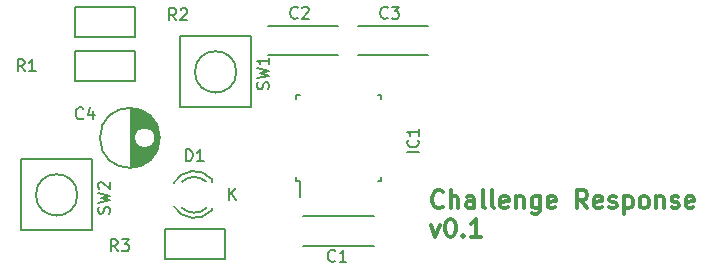
<source format=gbr>
G04 #@! TF.FileFunction,Legend,Top*
%FSLAX46Y46*%
G04 Gerber Fmt 4.6, Leading zero omitted, Abs format (unit mm)*
G04 Created by KiCad (PCBNEW 4.0.2-4+6225~38~ubuntu14.04.1-stable) date Sat 05 Mar 2016 20:24:40 CET*
%MOMM*%
G01*
G04 APERTURE LIST*
%ADD10C,0.100000*%
%ADD11C,0.300000*%
%ADD12C,0.150000*%
G04 APERTURE END LIST*
D10*
D11*
X167330286Y-113000714D02*
X167258857Y-113072143D01*
X167044571Y-113143571D01*
X166901714Y-113143571D01*
X166687429Y-113072143D01*
X166544571Y-112929286D01*
X166473143Y-112786429D01*
X166401714Y-112500714D01*
X166401714Y-112286429D01*
X166473143Y-112000714D01*
X166544571Y-111857857D01*
X166687429Y-111715000D01*
X166901714Y-111643571D01*
X167044571Y-111643571D01*
X167258857Y-111715000D01*
X167330286Y-111786429D01*
X167973143Y-113143571D02*
X167973143Y-111643571D01*
X168616000Y-113143571D02*
X168616000Y-112357857D01*
X168544571Y-112215000D01*
X168401714Y-112143571D01*
X168187429Y-112143571D01*
X168044571Y-112215000D01*
X167973143Y-112286429D01*
X169973143Y-113143571D02*
X169973143Y-112357857D01*
X169901714Y-112215000D01*
X169758857Y-112143571D01*
X169473143Y-112143571D01*
X169330286Y-112215000D01*
X169973143Y-113072143D02*
X169830286Y-113143571D01*
X169473143Y-113143571D01*
X169330286Y-113072143D01*
X169258857Y-112929286D01*
X169258857Y-112786429D01*
X169330286Y-112643571D01*
X169473143Y-112572143D01*
X169830286Y-112572143D01*
X169973143Y-112500714D01*
X170901715Y-113143571D02*
X170758857Y-113072143D01*
X170687429Y-112929286D01*
X170687429Y-111643571D01*
X171687429Y-113143571D02*
X171544571Y-113072143D01*
X171473143Y-112929286D01*
X171473143Y-111643571D01*
X172830285Y-113072143D02*
X172687428Y-113143571D01*
X172401714Y-113143571D01*
X172258857Y-113072143D01*
X172187428Y-112929286D01*
X172187428Y-112357857D01*
X172258857Y-112215000D01*
X172401714Y-112143571D01*
X172687428Y-112143571D01*
X172830285Y-112215000D01*
X172901714Y-112357857D01*
X172901714Y-112500714D01*
X172187428Y-112643571D01*
X173544571Y-112143571D02*
X173544571Y-113143571D01*
X173544571Y-112286429D02*
X173615999Y-112215000D01*
X173758857Y-112143571D01*
X173973142Y-112143571D01*
X174115999Y-112215000D01*
X174187428Y-112357857D01*
X174187428Y-113143571D01*
X175544571Y-112143571D02*
X175544571Y-113357857D01*
X175473142Y-113500714D01*
X175401714Y-113572143D01*
X175258857Y-113643571D01*
X175044571Y-113643571D01*
X174901714Y-113572143D01*
X175544571Y-113072143D02*
X175401714Y-113143571D01*
X175116000Y-113143571D01*
X174973142Y-113072143D01*
X174901714Y-113000714D01*
X174830285Y-112857857D01*
X174830285Y-112429286D01*
X174901714Y-112286429D01*
X174973142Y-112215000D01*
X175116000Y-112143571D01*
X175401714Y-112143571D01*
X175544571Y-112215000D01*
X176830285Y-113072143D02*
X176687428Y-113143571D01*
X176401714Y-113143571D01*
X176258857Y-113072143D01*
X176187428Y-112929286D01*
X176187428Y-112357857D01*
X176258857Y-112215000D01*
X176401714Y-112143571D01*
X176687428Y-112143571D01*
X176830285Y-112215000D01*
X176901714Y-112357857D01*
X176901714Y-112500714D01*
X176187428Y-112643571D01*
X179544571Y-113143571D02*
X179044571Y-112429286D01*
X178687428Y-113143571D02*
X178687428Y-111643571D01*
X179258856Y-111643571D01*
X179401714Y-111715000D01*
X179473142Y-111786429D01*
X179544571Y-111929286D01*
X179544571Y-112143571D01*
X179473142Y-112286429D01*
X179401714Y-112357857D01*
X179258856Y-112429286D01*
X178687428Y-112429286D01*
X180758856Y-113072143D02*
X180615999Y-113143571D01*
X180330285Y-113143571D01*
X180187428Y-113072143D01*
X180115999Y-112929286D01*
X180115999Y-112357857D01*
X180187428Y-112215000D01*
X180330285Y-112143571D01*
X180615999Y-112143571D01*
X180758856Y-112215000D01*
X180830285Y-112357857D01*
X180830285Y-112500714D01*
X180115999Y-112643571D01*
X181401713Y-113072143D02*
X181544570Y-113143571D01*
X181830285Y-113143571D01*
X181973142Y-113072143D01*
X182044570Y-112929286D01*
X182044570Y-112857857D01*
X181973142Y-112715000D01*
X181830285Y-112643571D01*
X181615999Y-112643571D01*
X181473142Y-112572143D01*
X181401713Y-112429286D01*
X181401713Y-112357857D01*
X181473142Y-112215000D01*
X181615999Y-112143571D01*
X181830285Y-112143571D01*
X181973142Y-112215000D01*
X182687428Y-112143571D02*
X182687428Y-113643571D01*
X182687428Y-112215000D02*
X182830285Y-112143571D01*
X183115999Y-112143571D01*
X183258856Y-112215000D01*
X183330285Y-112286429D01*
X183401714Y-112429286D01*
X183401714Y-112857857D01*
X183330285Y-113000714D01*
X183258856Y-113072143D01*
X183115999Y-113143571D01*
X182830285Y-113143571D01*
X182687428Y-113072143D01*
X184258857Y-113143571D02*
X184115999Y-113072143D01*
X184044571Y-113000714D01*
X183973142Y-112857857D01*
X183973142Y-112429286D01*
X184044571Y-112286429D01*
X184115999Y-112215000D01*
X184258857Y-112143571D01*
X184473142Y-112143571D01*
X184615999Y-112215000D01*
X184687428Y-112286429D01*
X184758857Y-112429286D01*
X184758857Y-112857857D01*
X184687428Y-113000714D01*
X184615999Y-113072143D01*
X184473142Y-113143571D01*
X184258857Y-113143571D01*
X185401714Y-112143571D02*
X185401714Y-113143571D01*
X185401714Y-112286429D02*
X185473142Y-112215000D01*
X185616000Y-112143571D01*
X185830285Y-112143571D01*
X185973142Y-112215000D01*
X186044571Y-112357857D01*
X186044571Y-113143571D01*
X186687428Y-113072143D02*
X186830285Y-113143571D01*
X187116000Y-113143571D01*
X187258857Y-113072143D01*
X187330285Y-112929286D01*
X187330285Y-112857857D01*
X187258857Y-112715000D01*
X187116000Y-112643571D01*
X186901714Y-112643571D01*
X186758857Y-112572143D01*
X186687428Y-112429286D01*
X186687428Y-112357857D01*
X186758857Y-112215000D01*
X186901714Y-112143571D01*
X187116000Y-112143571D01*
X187258857Y-112215000D01*
X188544571Y-113072143D02*
X188401714Y-113143571D01*
X188116000Y-113143571D01*
X187973143Y-113072143D01*
X187901714Y-112929286D01*
X187901714Y-112357857D01*
X187973143Y-112215000D01*
X188116000Y-112143571D01*
X188401714Y-112143571D01*
X188544571Y-112215000D01*
X188616000Y-112357857D01*
X188616000Y-112500714D01*
X187901714Y-112643571D01*
X166330286Y-114543571D02*
X166687429Y-115543571D01*
X167044571Y-114543571D01*
X167901714Y-114043571D02*
X168044571Y-114043571D01*
X168187428Y-114115000D01*
X168258857Y-114186429D01*
X168330286Y-114329286D01*
X168401714Y-114615000D01*
X168401714Y-114972143D01*
X168330286Y-115257857D01*
X168258857Y-115400714D01*
X168187428Y-115472143D01*
X168044571Y-115543571D01*
X167901714Y-115543571D01*
X167758857Y-115472143D01*
X167687428Y-115400714D01*
X167616000Y-115257857D01*
X167544571Y-114972143D01*
X167544571Y-114615000D01*
X167616000Y-114329286D01*
X167687428Y-114186429D01*
X167758857Y-114115000D01*
X167901714Y-114043571D01*
X169044571Y-115400714D02*
X169115999Y-115472143D01*
X169044571Y-115543571D01*
X168973142Y-115472143D01*
X169044571Y-115400714D01*
X169044571Y-115543571D01*
X170544571Y-115543571D02*
X169687428Y-115543571D01*
X170116000Y-115543571D02*
X170116000Y-114043571D01*
X169973143Y-114257857D01*
X169830285Y-114400714D01*
X169687428Y-114472143D01*
D12*
X154871000Y-110813000D02*
X155196000Y-110813000D01*
X154871000Y-103563000D02*
X155196000Y-103563000D01*
X162121000Y-103563000D02*
X161796000Y-103563000D01*
X162121000Y-110813000D02*
X161796000Y-110813000D01*
X154871000Y-110813000D02*
X154871000Y-110488000D01*
X162121000Y-110813000D02*
X162121000Y-110488000D01*
X162121000Y-103563000D02*
X162121000Y-103888000D01*
X154871000Y-103563000D02*
X154871000Y-103888000D01*
X155196000Y-110813000D02*
X155196000Y-112238000D01*
X149832000Y-101600000D02*
G75*
G03X149832000Y-101600000I-1750000J0D01*
G01*
X151082000Y-98600000D02*
X151082000Y-104600000D01*
X151082000Y-104600000D02*
X145082000Y-104600000D01*
X145082000Y-104600000D02*
X145082000Y-98600000D01*
X151082000Y-98600000D02*
X145082000Y-98600000D01*
X136370000Y-112014000D02*
G75*
G03X136370000Y-112014000I-1750000J0D01*
G01*
X137620000Y-109014000D02*
X137620000Y-115014000D01*
X137620000Y-115014000D02*
X131620000Y-115014000D01*
X131620000Y-115014000D02*
X131620000Y-109014000D01*
X137620000Y-109014000D02*
X131620000Y-109014000D01*
X140898000Y-104689000D02*
X140898000Y-109687000D01*
X141038000Y-104697000D02*
X141038000Y-109679000D01*
X141178000Y-104713000D02*
X141178000Y-107093000D01*
X141178000Y-107283000D02*
X141178000Y-109663000D01*
X141318000Y-104737000D02*
X141318000Y-106698000D01*
X141318000Y-107678000D02*
X141318000Y-109639000D01*
X141458000Y-104770000D02*
X141458000Y-106531000D01*
X141458000Y-107845000D02*
X141458000Y-109606000D01*
X141598000Y-104811000D02*
X141598000Y-106424000D01*
X141598000Y-107952000D02*
X141598000Y-109565000D01*
X141738000Y-104861000D02*
X141738000Y-106353000D01*
X141738000Y-108023000D02*
X141738000Y-109515000D01*
X141878000Y-104922000D02*
X141878000Y-106309000D01*
X141878000Y-108067000D02*
X141878000Y-109454000D01*
X142018000Y-104992000D02*
X142018000Y-106290000D01*
X142018000Y-108086000D02*
X142018000Y-109384000D01*
X142158000Y-105074000D02*
X142158000Y-106292000D01*
X142158000Y-108084000D02*
X142158000Y-109302000D01*
X142298000Y-105169000D02*
X142298000Y-106317000D01*
X142298000Y-108059000D02*
X142298000Y-109207000D01*
X142438000Y-105280000D02*
X142438000Y-106365000D01*
X142438000Y-108011000D02*
X142438000Y-109096000D01*
X142578000Y-105408000D02*
X142578000Y-106443000D01*
X142578000Y-107933000D02*
X142578000Y-108968000D01*
X142718000Y-105557000D02*
X142718000Y-106560000D01*
X142718000Y-107816000D02*
X142718000Y-108819000D01*
X142858000Y-105736000D02*
X142858000Y-106748000D01*
X142858000Y-107628000D02*
X142858000Y-108640000D01*
X142998000Y-105955000D02*
X142998000Y-108421000D01*
X143138000Y-106244000D02*
X143138000Y-108132000D01*
X143278000Y-106716000D02*
X143278000Y-107660000D01*
X142973000Y-107188000D02*
G75*
G03X142973000Y-107188000I-900000J0D01*
G01*
X143360500Y-107188000D02*
G75*
G03X143360500Y-107188000I-2537500J0D01*
G01*
X147773000Y-110700000D02*
X147773000Y-110900000D01*
X147773000Y-113294000D02*
X147773000Y-113114000D01*
X144545256Y-112983643D02*
G75*
G03X147773000Y-113300000I1727744J1003643D01*
G01*
X145220994Y-113113068D02*
G75*
G03X147324000Y-113114000I1052006J1133068D01*
G01*
X147760220Y-110673274D02*
G75*
G03X144523000Y-111020000I-1497220J-1306726D01*
G01*
X147286889Y-110900747D02*
G75*
G03X145239000Y-110920000I-1013889J-1079253D01*
G01*
X136144000Y-99822000D02*
X141224000Y-99822000D01*
X141224000Y-99822000D02*
X141224000Y-102362000D01*
X141224000Y-102362000D02*
X136144000Y-102362000D01*
X136144000Y-102362000D02*
X136144000Y-99822000D01*
X136144000Y-96139000D02*
X141224000Y-96139000D01*
X141224000Y-96139000D02*
X141224000Y-98679000D01*
X141224000Y-98679000D02*
X136144000Y-98679000D01*
X136144000Y-98679000D02*
X136144000Y-96139000D01*
X148844000Y-117475000D02*
X143764000Y-117475000D01*
X143764000Y-117475000D02*
X143764000Y-114935000D01*
X143764000Y-114935000D02*
X148844000Y-114935000D01*
X148844000Y-114935000D02*
X148844000Y-117475000D01*
X155456000Y-113812000D02*
X161456000Y-113812000D01*
X161456000Y-116312000D02*
X155456000Y-116312000D01*
X158488000Y-100183000D02*
X152488000Y-100183000D01*
X152488000Y-97683000D02*
X158488000Y-97683000D01*
X166108000Y-100183000D02*
X160108000Y-100183000D01*
X160108000Y-97683000D02*
X166108000Y-97683000D01*
X165298381Y-108418190D02*
X164298381Y-108418190D01*
X165203143Y-107370571D02*
X165250762Y-107418190D01*
X165298381Y-107561047D01*
X165298381Y-107656285D01*
X165250762Y-107799143D01*
X165155524Y-107894381D01*
X165060286Y-107942000D01*
X164869810Y-107989619D01*
X164726952Y-107989619D01*
X164536476Y-107942000D01*
X164441238Y-107894381D01*
X164346000Y-107799143D01*
X164298381Y-107656285D01*
X164298381Y-107561047D01*
X164346000Y-107418190D01*
X164393619Y-107370571D01*
X165298381Y-106418190D02*
X165298381Y-106989619D01*
X165298381Y-106703905D02*
X164298381Y-106703905D01*
X164441238Y-106799143D01*
X164536476Y-106894381D01*
X164584095Y-106989619D01*
X152550762Y-103060333D02*
X152598381Y-102917476D01*
X152598381Y-102679380D01*
X152550762Y-102584142D01*
X152503143Y-102536523D01*
X152407905Y-102488904D01*
X152312667Y-102488904D01*
X152217429Y-102536523D01*
X152169810Y-102584142D01*
X152122190Y-102679380D01*
X152074571Y-102869857D01*
X152026952Y-102965095D01*
X151979333Y-103012714D01*
X151884095Y-103060333D01*
X151788857Y-103060333D01*
X151693619Y-103012714D01*
X151646000Y-102965095D01*
X151598381Y-102869857D01*
X151598381Y-102631761D01*
X151646000Y-102488904D01*
X151598381Y-102155571D02*
X152598381Y-101917476D01*
X151884095Y-101726999D01*
X152598381Y-101536523D01*
X151598381Y-101298428D01*
X152598381Y-100393666D02*
X152598381Y-100965095D01*
X152598381Y-100679381D02*
X151598381Y-100679381D01*
X151741238Y-100774619D01*
X151836476Y-100869857D01*
X151884095Y-100965095D01*
X139088762Y-113601333D02*
X139136381Y-113458476D01*
X139136381Y-113220380D01*
X139088762Y-113125142D01*
X139041143Y-113077523D01*
X138945905Y-113029904D01*
X138850667Y-113029904D01*
X138755429Y-113077523D01*
X138707810Y-113125142D01*
X138660190Y-113220380D01*
X138612571Y-113410857D01*
X138564952Y-113506095D01*
X138517333Y-113553714D01*
X138422095Y-113601333D01*
X138326857Y-113601333D01*
X138231619Y-113553714D01*
X138184000Y-113506095D01*
X138136381Y-113410857D01*
X138136381Y-113172761D01*
X138184000Y-113029904D01*
X138136381Y-112696571D02*
X139136381Y-112458476D01*
X138422095Y-112267999D01*
X139136381Y-112077523D01*
X138136381Y-111839428D01*
X138231619Y-111506095D02*
X138184000Y-111458476D01*
X138136381Y-111363238D01*
X138136381Y-111125142D01*
X138184000Y-111029904D01*
X138231619Y-110982285D01*
X138326857Y-110934666D01*
X138422095Y-110934666D01*
X138564952Y-110982285D01*
X139136381Y-111553714D01*
X139136381Y-110934666D01*
X136866334Y-105513143D02*
X136818715Y-105560762D01*
X136675858Y-105608381D01*
X136580620Y-105608381D01*
X136437762Y-105560762D01*
X136342524Y-105465524D01*
X136294905Y-105370286D01*
X136247286Y-105179810D01*
X136247286Y-105036952D01*
X136294905Y-104846476D01*
X136342524Y-104751238D01*
X136437762Y-104656000D01*
X136580620Y-104608381D01*
X136675858Y-104608381D01*
X136818715Y-104656000D01*
X136866334Y-104703619D01*
X137723477Y-104941714D02*
X137723477Y-105608381D01*
X137485381Y-104560762D02*
X137247286Y-105275048D01*
X137866334Y-105275048D01*
X145565905Y-109164381D02*
X145565905Y-108164381D01*
X145804000Y-108164381D01*
X145946858Y-108212000D01*
X146042096Y-108307238D01*
X146089715Y-108402476D01*
X146137334Y-108592952D01*
X146137334Y-108735810D01*
X146089715Y-108926286D01*
X146042096Y-109021524D01*
X145946858Y-109116762D01*
X145804000Y-109164381D01*
X145565905Y-109164381D01*
X147089715Y-109164381D02*
X146518286Y-109164381D01*
X146804000Y-109164381D02*
X146804000Y-108164381D01*
X146708762Y-108307238D01*
X146613524Y-108402476D01*
X146518286Y-108450095D01*
X149217095Y-112466381D02*
X149217095Y-111466381D01*
X149788524Y-112466381D02*
X149359952Y-111894952D01*
X149788524Y-111466381D02*
X149217095Y-112037810D01*
X131913334Y-101544381D02*
X131580000Y-101068190D01*
X131341905Y-101544381D02*
X131341905Y-100544381D01*
X131722858Y-100544381D01*
X131818096Y-100592000D01*
X131865715Y-100639619D01*
X131913334Y-100734857D01*
X131913334Y-100877714D01*
X131865715Y-100972952D01*
X131818096Y-101020571D01*
X131722858Y-101068190D01*
X131341905Y-101068190D01*
X132865715Y-101544381D02*
X132294286Y-101544381D01*
X132580000Y-101544381D02*
X132580000Y-100544381D01*
X132484762Y-100687238D01*
X132389524Y-100782476D01*
X132294286Y-100830095D01*
X144740334Y-97226381D02*
X144407000Y-96750190D01*
X144168905Y-97226381D02*
X144168905Y-96226381D01*
X144549858Y-96226381D01*
X144645096Y-96274000D01*
X144692715Y-96321619D01*
X144740334Y-96416857D01*
X144740334Y-96559714D01*
X144692715Y-96654952D01*
X144645096Y-96702571D01*
X144549858Y-96750190D01*
X144168905Y-96750190D01*
X145121286Y-96321619D02*
X145168905Y-96274000D01*
X145264143Y-96226381D01*
X145502239Y-96226381D01*
X145597477Y-96274000D01*
X145645096Y-96321619D01*
X145692715Y-96416857D01*
X145692715Y-96512095D01*
X145645096Y-96654952D01*
X145073667Y-97226381D01*
X145692715Y-97226381D01*
X139787334Y-116784381D02*
X139454000Y-116308190D01*
X139215905Y-116784381D02*
X139215905Y-115784381D01*
X139596858Y-115784381D01*
X139692096Y-115832000D01*
X139739715Y-115879619D01*
X139787334Y-115974857D01*
X139787334Y-116117714D01*
X139739715Y-116212952D01*
X139692096Y-116260571D01*
X139596858Y-116308190D01*
X139215905Y-116308190D01*
X140120667Y-115784381D02*
X140739715Y-115784381D01*
X140406381Y-116165333D01*
X140549239Y-116165333D01*
X140644477Y-116212952D01*
X140692096Y-116260571D01*
X140739715Y-116355810D01*
X140739715Y-116593905D01*
X140692096Y-116689143D01*
X140644477Y-116736762D01*
X140549239Y-116784381D01*
X140263524Y-116784381D01*
X140168286Y-116736762D01*
X140120667Y-116689143D01*
X158202334Y-117578143D02*
X158154715Y-117625762D01*
X158011858Y-117673381D01*
X157916620Y-117673381D01*
X157773762Y-117625762D01*
X157678524Y-117530524D01*
X157630905Y-117435286D01*
X157583286Y-117244810D01*
X157583286Y-117101952D01*
X157630905Y-116911476D01*
X157678524Y-116816238D01*
X157773762Y-116721000D01*
X157916620Y-116673381D01*
X158011858Y-116673381D01*
X158154715Y-116721000D01*
X158202334Y-116768619D01*
X159154715Y-117673381D02*
X158583286Y-117673381D01*
X158869000Y-117673381D02*
X158869000Y-116673381D01*
X158773762Y-116816238D01*
X158678524Y-116911476D01*
X158583286Y-116959095D01*
X155027334Y-97004143D02*
X154979715Y-97051762D01*
X154836858Y-97099381D01*
X154741620Y-97099381D01*
X154598762Y-97051762D01*
X154503524Y-96956524D01*
X154455905Y-96861286D01*
X154408286Y-96670810D01*
X154408286Y-96527952D01*
X154455905Y-96337476D01*
X154503524Y-96242238D01*
X154598762Y-96147000D01*
X154741620Y-96099381D01*
X154836858Y-96099381D01*
X154979715Y-96147000D01*
X155027334Y-96194619D01*
X155408286Y-96194619D02*
X155455905Y-96147000D01*
X155551143Y-96099381D01*
X155789239Y-96099381D01*
X155884477Y-96147000D01*
X155932096Y-96194619D01*
X155979715Y-96289857D01*
X155979715Y-96385095D01*
X155932096Y-96527952D01*
X155360667Y-97099381D01*
X155979715Y-97099381D01*
X162647334Y-97004143D02*
X162599715Y-97051762D01*
X162456858Y-97099381D01*
X162361620Y-97099381D01*
X162218762Y-97051762D01*
X162123524Y-96956524D01*
X162075905Y-96861286D01*
X162028286Y-96670810D01*
X162028286Y-96527952D01*
X162075905Y-96337476D01*
X162123524Y-96242238D01*
X162218762Y-96147000D01*
X162361620Y-96099381D01*
X162456858Y-96099381D01*
X162599715Y-96147000D01*
X162647334Y-96194619D01*
X162980667Y-96099381D02*
X163599715Y-96099381D01*
X163266381Y-96480333D01*
X163409239Y-96480333D01*
X163504477Y-96527952D01*
X163552096Y-96575571D01*
X163599715Y-96670810D01*
X163599715Y-96908905D01*
X163552096Y-97004143D01*
X163504477Y-97051762D01*
X163409239Y-97099381D01*
X163123524Y-97099381D01*
X163028286Y-97051762D01*
X162980667Y-97004143D01*
M02*

</source>
